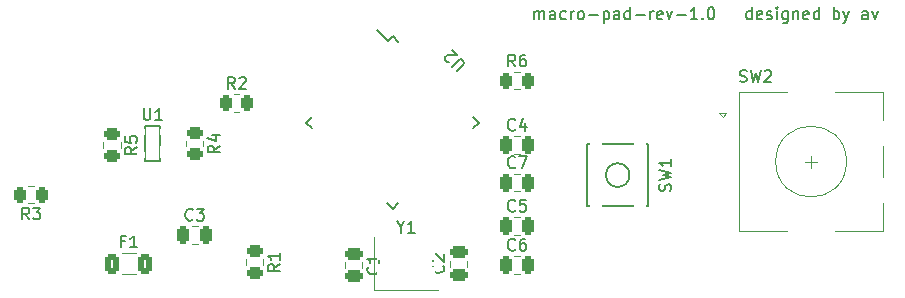
<source format=gto>
G04 #@! TF.GenerationSoftware,KiCad,Pcbnew,(6.0.5)*
G04 #@! TF.CreationDate,2023-01-08T23:57:36-05:00*
G04 #@! TF.ProjectId,macro-pad-pcb,6d616372-6f2d-4706-9164-2d7063622e6b,rev?*
G04 #@! TF.SameCoordinates,Original*
G04 #@! TF.FileFunction,Legend,Top*
G04 #@! TF.FilePolarity,Positive*
%FSLAX46Y46*%
G04 Gerber Fmt 4.6, Leading zero omitted, Abs format (unit mm)*
G04 Created by KiCad (PCBNEW (6.0.5)) date 2023-01-08 23:57:36*
%MOMM*%
%LPD*%
G01*
G04 APERTURE LIST*
G04 Aperture macros list*
%AMRoundRect*
0 Rectangle with rounded corners*
0 $1 Rounding radius*
0 $2 $3 $4 $5 $6 $7 $8 $9 X,Y pos of 4 corners*
0 Add a 4 corners polygon primitive as box body*
4,1,4,$2,$3,$4,$5,$6,$7,$8,$9,$2,$3,0*
0 Add four circle primitives for the rounded corners*
1,1,$1+$1,$2,$3*
1,1,$1+$1,$4,$5*
1,1,$1+$1,$6,$7*
1,1,$1+$1,$8,$9*
0 Add four rect primitives between the rounded corners*
20,1,$1+$1,$2,$3,$4,$5,0*
20,1,$1+$1,$4,$5,$6,$7,0*
20,1,$1+$1,$6,$7,$8,$9,0*
20,1,$1+$1,$8,$9,$2,$3,0*%
%AMRotRect*
0 Rectangle, with rotation*
0 The origin of the aperture is its center*
0 $1 length*
0 $2 width*
0 $3 Rotation angle, in degrees counterclockwise*
0 Add horizontal line*
21,1,$1,$2,0,0,$3*%
G04 Aperture macros list end*
%ADD10C,0.150000*%
%ADD11C,0.120000*%
%ADD12C,3.987800*%
%ADD13C,1.750000*%
%ADD14C,3.048000*%
%ADD15RoundRect,0.250000X-0.450000X0.262500X-0.450000X-0.262500X0.450000X-0.262500X0.450000X0.262500X0*%
%ADD16RotRect,1.500000X0.550000X45.000000*%
%ADD17RotRect,1.500000X0.550000X315.000000*%
%ADD18RoundRect,0.250000X0.262500X0.450000X-0.262500X0.450000X-0.262500X-0.450000X0.262500X-0.450000X0*%
%ADD19RoundRect,0.250000X0.475000X-0.250000X0.475000X0.250000X-0.475000X0.250000X-0.475000X-0.250000X0*%
%ADD20RoundRect,0.250000X-0.475000X0.250000X-0.475000X-0.250000X0.475000X-0.250000X0.475000X0.250000X0*%
%ADD21RoundRect,0.250000X-0.250000X-0.475000X0.250000X-0.475000X0.250000X0.475000X-0.250000X0.475000X0*%
%ADD22C,2.000000*%
%ADD23C,3.200000*%
%ADD24R,2.000000X2.000000*%
%ADD25RoundRect,0.250000X-0.262500X-0.450000X0.262500X-0.450000X0.262500X0.450000X-0.262500X0.450000X0*%
%ADD26R,0.700000X0.600000*%
%ADD27R,0.700000X1.000000*%
%ADD28R,2.100000X1.800000*%
%ADD29R,1.100000X1.800000*%
%ADD30RoundRect,0.250000X-0.375000X-0.625000X0.375000X-0.625000X0.375000X0.625000X-0.375000X0.625000X0*%
%ADD31O,1.000000X2.100000*%
%ADD32O,1.000000X1.600000*%
%ADD33C,0.650000*%
G04 APERTURE END LIST*
D10*
X205923511Y-52839880D02*
X205923511Y-52173214D01*
X205923511Y-52268452D02*
X205971130Y-52220833D01*
X206066369Y-52173214D01*
X206209226Y-52173214D01*
X206304464Y-52220833D01*
X206352083Y-52316071D01*
X206352083Y-52839880D01*
X206352083Y-52316071D02*
X206399702Y-52220833D01*
X206494940Y-52173214D01*
X206637797Y-52173214D01*
X206733035Y-52220833D01*
X206780654Y-52316071D01*
X206780654Y-52839880D01*
X207685416Y-52839880D02*
X207685416Y-52316071D01*
X207637797Y-52220833D01*
X207542559Y-52173214D01*
X207352083Y-52173214D01*
X207256845Y-52220833D01*
X207685416Y-52792261D02*
X207590178Y-52839880D01*
X207352083Y-52839880D01*
X207256845Y-52792261D01*
X207209226Y-52697023D01*
X207209226Y-52601785D01*
X207256845Y-52506547D01*
X207352083Y-52458928D01*
X207590178Y-52458928D01*
X207685416Y-52411309D01*
X208590178Y-52792261D02*
X208494940Y-52839880D01*
X208304464Y-52839880D01*
X208209226Y-52792261D01*
X208161607Y-52744642D01*
X208113988Y-52649404D01*
X208113988Y-52363690D01*
X208161607Y-52268452D01*
X208209226Y-52220833D01*
X208304464Y-52173214D01*
X208494940Y-52173214D01*
X208590178Y-52220833D01*
X209018750Y-52839880D02*
X209018750Y-52173214D01*
X209018750Y-52363690D02*
X209066369Y-52268452D01*
X209113988Y-52220833D01*
X209209226Y-52173214D01*
X209304464Y-52173214D01*
X209780654Y-52839880D02*
X209685416Y-52792261D01*
X209637797Y-52744642D01*
X209590178Y-52649404D01*
X209590178Y-52363690D01*
X209637797Y-52268452D01*
X209685416Y-52220833D01*
X209780654Y-52173214D01*
X209923511Y-52173214D01*
X210018750Y-52220833D01*
X210066369Y-52268452D01*
X210113988Y-52363690D01*
X210113988Y-52649404D01*
X210066369Y-52744642D01*
X210018750Y-52792261D01*
X209923511Y-52839880D01*
X209780654Y-52839880D01*
X210542559Y-52458928D02*
X211304464Y-52458928D01*
X211780654Y-52173214D02*
X211780654Y-53173214D01*
X211780654Y-52220833D02*
X211875892Y-52173214D01*
X212066369Y-52173214D01*
X212161607Y-52220833D01*
X212209226Y-52268452D01*
X212256845Y-52363690D01*
X212256845Y-52649404D01*
X212209226Y-52744642D01*
X212161607Y-52792261D01*
X212066369Y-52839880D01*
X211875892Y-52839880D01*
X211780654Y-52792261D01*
X213113988Y-52839880D02*
X213113988Y-52316071D01*
X213066369Y-52220833D01*
X212971130Y-52173214D01*
X212780654Y-52173214D01*
X212685416Y-52220833D01*
X213113988Y-52792261D02*
X213018750Y-52839880D01*
X212780654Y-52839880D01*
X212685416Y-52792261D01*
X212637797Y-52697023D01*
X212637797Y-52601785D01*
X212685416Y-52506547D01*
X212780654Y-52458928D01*
X213018750Y-52458928D01*
X213113988Y-52411309D01*
X214018750Y-52839880D02*
X214018750Y-51839880D01*
X214018750Y-52792261D02*
X213923511Y-52839880D01*
X213733035Y-52839880D01*
X213637797Y-52792261D01*
X213590178Y-52744642D01*
X213542559Y-52649404D01*
X213542559Y-52363690D01*
X213590178Y-52268452D01*
X213637797Y-52220833D01*
X213733035Y-52173214D01*
X213923511Y-52173214D01*
X214018750Y-52220833D01*
X214494940Y-52458928D02*
X215256845Y-52458928D01*
X215733035Y-52839880D02*
X215733035Y-52173214D01*
X215733035Y-52363690D02*
X215780654Y-52268452D01*
X215828273Y-52220833D01*
X215923511Y-52173214D01*
X216018750Y-52173214D01*
X216733035Y-52792261D02*
X216637797Y-52839880D01*
X216447321Y-52839880D01*
X216352083Y-52792261D01*
X216304464Y-52697023D01*
X216304464Y-52316071D01*
X216352083Y-52220833D01*
X216447321Y-52173214D01*
X216637797Y-52173214D01*
X216733035Y-52220833D01*
X216780654Y-52316071D01*
X216780654Y-52411309D01*
X216304464Y-52506547D01*
X217113988Y-52173214D02*
X217352083Y-52839880D01*
X217590178Y-52173214D01*
X217971130Y-52458928D02*
X218733035Y-52458928D01*
X219733035Y-52839880D02*
X219161607Y-52839880D01*
X219447321Y-52839880D02*
X219447321Y-51839880D01*
X219352083Y-51982738D01*
X219256845Y-52077976D01*
X219161607Y-52125595D01*
X220161607Y-52744642D02*
X220209226Y-52792261D01*
X220161607Y-52839880D01*
X220113988Y-52792261D01*
X220161607Y-52744642D01*
X220161607Y-52839880D01*
X220828273Y-51839880D02*
X220923511Y-51839880D01*
X221018750Y-51887500D01*
X221066369Y-51935119D01*
X221113988Y-52030357D01*
X221161607Y-52220833D01*
X221161607Y-52458928D01*
X221113988Y-52649404D01*
X221066369Y-52744642D01*
X221018750Y-52792261D01*
X220923511Y-52839880D01*
X220828273Y-52839880D01*
X220733035Y-52792261D01*
X220685416Y-52744642D01*
X220637797Y-52649404D01*
X220590178Y-52458928D01*
X220590178Y-52220833D01*
X220637797Y-52030357D01*
X220685416Y-51935119D01*
X220733035Y-51887500D01*
X220828273Y-51839880D01*
X224322321Y-52839880D02*
X224322321Y-51839880D01*
X224322321Y-52792261D02*
X224227083Y-52839880D01*
X224036607Y-52839880D01*
X223941369Y-52792261D01*
X223893750Y-52744642D01*
X223846130Y-52649404D01*
X223846130Y-52363690D01*
X223893750Y-52268452D01*
X223941369Y-52220833D01*
X224036607Y-52173214D01*
X224227083Y-52173214D01*
X224322321Y-52220833D01*
X225179464Y-52792261D02*
X225084226Y-52839880D01*
X224893750Y-52839880D01*
X224798511Y-52792261D01*
X224750892Y-52697023D01*
X224750892Y-52316071D01*
X224798511Y-52220833D01*
X224893750Y-52173214D01*
X225084226Y-52173214D01*
X225179464Y-52220833D01*
X225227083Y-52316071D01*
X225227083Y-52411309D01*
X224750892Y-52506547D01*
X225608035Y-52792261D02*
X225703273Y-52839880D01*
X225893750Y-52839880D01*
X225988988Y-52792261D01*
X226036607Y-52697023D01*
X226036607Y-52649404D01*
X225988988Y-52554166D01*
X225893750Y-52506547D01*
X225750892Y-52506547D01*
X225655654Y-52458928D01*
X225608035Y-52363690D01*
X225608035Y-52316071D01*
X225655654Y-52220833D01*
X225750892Y-52173214D01*
X225893750Y-52173214D01*
X225988988Y-52220833D01*
X226465178Y-52839880D02*
X226465178Y-52173214D01*
X226465178Y-51839880D02*
X226417559Y-51887500D01*
X226465178Y-51935119D01*
X226512797Y-51887500D01*
X226465178Y-51839880D01*
X226465178Y-51935119D01*
X227369940Y-52173214D02*
X227369940Y-52982738D01*
X227322321Y-53077976D01*
X227274702Y-53125595D01*
X227179464Y-53173214D01*
X227036607Y-53173214D01*
X226941369Y-53125595D01*
X227369940Y-52792261D02*
X227274702Y-52839880D01*
X227084226Y-52839880D01*
X226988988Y-52792261D01*
X226941369Y-52744642D01*
X226893750Y-52649404D01*
X226893750Y-52363690D01*
X226941369Y-52268452D01*
X226988988Y-52220833D01*
X227084226Y-52173214D01*
X227274702Y-52173214D01*
X227369940Y-52220833D01*
X227846130Y-52173214D02*
X227846130Y-52839880D01*
X227846130Y-52268452D02*
X227893750Y-52220833D01*
X227988988Y-52173214D01*
X228131845Y-52173214D01*
X228227083Y-52220833D01*
X228274702Y-52316071D01*
X228274702Y-52839880D01*
X229131845Y-52792261D02*
X229036607Y-52839880D01*
X228846130Y-52839880D01*
X228750892Y-52792261D01*
X228703273Y-52697023D01*
X228703273Y-52316071D01*
X228750892Y-52220833D01*
X228846130Y-52173214D01*
X229036607Y-52173214D01*
X229131845Y-52220833D01*
X229179464Y-52316071D01*
X229179464Y-52411309D01*
X228703273Y-52506547D01*
X230036607Y-52839880D02*
X230036607Y-51839880D01*
X230036607Y-52792261D02*
X229941369Y-52839880D01*
X229750892Y-52839880D01*
X229655654Y-52792261D01*
X229608035Y-52744642D01*
X229560416Y-52649404D01*
X229560416Y-52363690D01*
X229608035Y-52268452D01*
X229655654Y-52220833D01*
X229750892Y-52173214D01*
X229941369Y-52173214D01*
X230036607Y-52220833D01*
X231274702Y-52839880D02*
X231274702Y-51839880D01*
X231274702Y-52220833D02*
X231369940Y-52173214D01*
X231560416Y-52173214D01*
X231655654Y-52220833D01*
X231703273Y-52268452D01*
X231750892Y-52363690D01*
X231750892Y-52649404D01*
X231703273Y-52744642D01*
X231655654Y-52792261D01*
X231560416Y-52839880D01*
X231369940Y-52839880D01*
X231274702Y-52792261D01*
X232084226Y-52173214D02*
X232322321Y-52839880D01*
X232560416Y-52173214D02*
X232322321Y-52839880D01*
X232227083Y-53077976D01*
X232179464Y-53125595D01*
X232084226Y-53173214D01*
X234131845Y-52839880D02*
X234131845Y-52316071D01*
X234084226Y-52220833D01*
X233988988Y-52173214D01*
X233798511Y-52173214D01*
X233703273Y-52220833D01*
X234131845Y-52792261D02*
X234036607Y-52839880D01*
X233798511Y-52839880D01*
X233703273Y-52792261D01*
X233655654Y-52697023D01*
X233655654Y-52601785D01*
X233703273Y-52506547D01*
X233798511Y-52458928D01*
X234036607Y-52458928D01*
X234131845Y-52411309D01*
X234512797Y-52173214D02*
X234750892Y-52839880D01*
X234988988Y-52173214D01*
G04 #@! TO.C,R5*
X172282380Y-63666666D02*
X171806190Y-64000000D01*
X172282380Y-64238095D02*
X171282380Y-64238095D01*
X171282380Y-63857142D01*
X171330000Y-63761904D01*
X171377619Y-63714285D01*
X171472857Y-63666666D01*
X171615714Y-63666666D01*
X171710952Y-63714285D01*
X171758571Y-63761904D01*
X171806190Y-63857142D01*
X171806190Y-64238095D01*
X171282380Y-62761904D02*
X171282380Y-63238095D01*
X171758571Y-63285714D01*
X171710952Y-63238095D01*
X171663333Y-63142857D01*
X171663333Y-62904761D01*
X171710952Y-62809523D01*
X171758571Y-62761904D01*
X171853809Y-62714285D01*
X172091904Y-62714285D01*
X172187142Y-62761904D01*
X172234761Y-62809523D01*
X172282380Y-62904761D01*
X172282380Y-63142857D01*
X172234761Y-63238095D01*
X172187142Y-63285714D01*
G04 #@! TO.C,U2*
X199348468Y-57253027D02*
X199920888Y-56680607D01*
X199954560Y-56579592D01*
X199954560Y-56512248D01*
X199920888Y-56411233D01*
X199786201Y-56276546D01*
X199685186Y-56242874D01*
X199617842Y-56242874D01*
X199516827Y-56276546D01*
X198944407Y-56848966D01*
X198708705Y-56478576D02*
X198641362Y-56478576D01*
X198540346Y-56444905D01*
X198371988Y-56276546D01*
X198338316Y-56175531D01*
X198338316Y-56108187D01*
X198371988Y-56007172D01*
X198439331Y-55939828D01*
X198574018Y-55872485D01*
X199382140Y-55872485D01*
X198944407Y-55434752D01*
G04 #@! TO.C,R3*
X163155333Y-69793380D02*
X162822000Y-69317190D01*
X162583904Y-69793380D02*
X162583904Y-68793380D01*
X162964857Y-68793380D01*
X163060095Y-68841000D01*
X163107714Y-68888619D01*
X163155333Y-68983857D01*
X163155333Y-69126714D01*
X163107714Y-69221952D01*
X163060095Y-69269571D01*
X162964857Y-69317190D01*
X162583904Y-69317190D01*
X163488666Y-68793380D02*
X164107714Y-68793380D01*
X163774380Y-69174333D01*
X163917238Y-69174333D01*
X164012476Y-69221952D01*
X164060095Y-69269571D01*
X164107714Y-69364809D01*
X164107714Y-69602904D01*
X164060095Y-69698142D01*
X164012476Y-69745761D01*
X163917238Y-69793380D01*
X163631523Y-69793380D01*
X163536285Y-69745761D01*
X163488666Y-69698142D01*
G04 #@! TO.C,C2*
X198194142Y-73699666D02*
X198241761Y-73747285D01*
X198289380Y-73890142D01*
X198289380Y-73985380D01*
X198241761Y-74128238D01*
X198146523Y-74223476D01*
X198051285Y-74271095D01*
X197860809Y-74318714D01*
X197717952Y-74318714D01*
X197527476Y-74271095D01*
X197432238Y-74223476D01*
X197337000Y-74128238D01*
X197289380Y-73985380D01*
X197289380Y-73890142D01*
X197337000Y-73747285D01*
X197384619Y-73699666D01*
X197384619Y-73318714D02*
X197337000Y-73271095D01*
X197289380Y-73175857D01*
X197289380Y-72937761D01*
X197337000Y-72842523D01*
X197384619Y-72794904D01*
X197479857Y-72747285D01*
X197575095Y-72747285D01*
X197717952Y-72794904D01*
X198289380Y-73366333D01*
X198289380Y-72747285D01*
G04 #@! TO.C,C1*
X192664142Y-73826666D02*
X192711761Y-73874285D01*
X192759380Y-74017142D01*
X192759380Y-74112380D01*
X192711761Y-74255238D01*
X192616523Y-74350476D01*
X192521285Y-74398095D01*
X192330809Y-74445714D01*
X192187952Y-74445714D01*
X191997476Y-74398095D01*
X191902238Y-74350476D01*
X191807000Y-74255238D01*
X191759380Y-74112380D01*
X191759380Y-74017142D01*
X191807000Y-73874285D01*
X191854619Y-73826666D01*
X192759380Y-72874285D02*
X192759380Y-73445714D01*
X192759380Y-73160000D02*
X191759380Y-73160000D01*
X191902238Y-73255238D01*
X191997476Y-73350476D01*
X192045095Y-73445714D01*
G04 #@! TO.C,C3*
X176998333Y-69797142D02*
X176950714Y-69844761D01*
X176807857Y-69892380D01*
X176712619Y-69892380D01*
X176569761Y-69844761D01*
X176474523Y-69749523D01*
X176426904Y-69654285D01*
X176379285Y-69463809D01*
X176379285Y-69320952D01*
X176426904Y-69130476D01*
X176474523Y-69035238D01*
X176569761Y-68940000D01*
X176712619Y-68892380D01*
X176807857Y-68892380D01*
X176950714Y-68940000D01*
X176998333Y-68987619D01*
X177331666Y-68892380D02*
X177950714Y-68892380D01*
X177617380Y-69273333D01*
X177760238Y-69273333D01*
X177855476Y-69320952D01*
X177903095Y-69368571D01*
X177950714Y-69463809D01*
X177950714Y-69701904D01*
X177903095Y-69797142D01*
X177855476Y-69844761D01*
X177760238Y-69892380D01*
X177474523Y-69892380D01*
X177379285Y-69844761D01*
X177331666Y-69797142D01*
G04 #@! TO.C,SW2*
X223324666Y-58101761D02*
X223467523Y-58149380D01*
X223705619Y-58149380D01*
X223800857Y-58101761D01*
X223848476Y-58054142D01*
X223896095Y-57958904D01*
X223896095Y-57863666D01*
X223848476Y-57768428D01*
X223800857Y-57720809D01*
X223705619Y-57673190D01*
X223515142Y-57625571D01*
X223419904Y-57577952D01*
X223372285Y-57530333D01*
X223324666Y-57435095D01*
X223324666Y-57339857D01*
X223372285Y-57244619D01*
X223419904Y-57197000D01*
X223515142Y-57149380D01*
X223753238Y-57149380D01*
X223896095Y-57197000D01*
X224229428Y-57149380D02*
X224467523Y-58149380D01*
X224658000Y-57435095D01*
X224848476Y-58149380D01*
X225086571Y-57149380D01*
X225419904Y-57244619D02*
X225467523Y-57197000D01*
X225562761Y-57149380D01*
X225800857Y-57149380D01*
X225896095Y-57197000D01*
X225943714Y-57244619D01*
X225991333Y-57339857D01*
X225991333Y-57435095D01*
X225943714Y-57577952D01*
X225372285Y-58149380D01*
X225991333Y-58149380D01*
G04 #@! TO.C,R2*
X180554333Y-58746380D02*
X180221000Y-58270190D01*
X179982904Y-58746380D02*
X179982904Y-57746380D01*
X180363857Y-57746380D01*
X180459095Y-57794000D01*
X180506714Y-57841619D01*
X180554333Y-57936857D01*
X180554333Y-58079714D01*
X180506714Y-58174952D01*
X180459095Y-58222571D01*
X180363857Y-58270190D01*
X179982904Y-58270190D01*
X180935285Y-57841619D02*
X180982904Y-57794000D01*
X181078142Y-57746380D01*
X181316238Y-57746380D01*
X181411476Y-57794000D01*
X181459095Y-57841619D01*
X181506714Y-57936857D01*
X181506714Y-58032095D01*
X181459095Y-58174952D01*
X180887666Y-58746380D01*
X181506714Y-58746380D01*
G04 #@! TO.C,R6*
X204303333Y-56841380D02*
X203970000Y-56365190D01*
X203731904Y-56841380D02*
X203731904Y-55841380D01*
X204112857Y-55841380D01*
X204208095Y-55889000D01*
X204255714Y-55936619D01*
X204303333Y-56031857D01*
X204303333Y-56174714D01*
X204255714Y-56269952D01*
X204208095Y-56317571D01*
X204112857Y-56365190D01*
X203731904Y-56365190D01*
X205160476Y-55841380D02*
X204970000Y-55841380D01*
X204874761Y-55889000D01*
X204827142Y-55936619D01*
X204731904Y-56079476D01*
X204684285Y-56269952D01*
X204684285Y-56650904D01*
X204731904Y-56746142D01*
X204779523Y-56793761D01*
X204874761Y-56841380D01*
X205065238Y-56841380D01*
X205160476Y-56793761D01*
X205208095Y-56746142D01*
X205255714Y-56650904D01*
X205255714Y-56412809D01*
X205208095Y-56317571D01*
X205160476Y-56269952D01*
X205065238Y-56222333D01*
X204874761Y-56222333D01*
X204779523Y-56269952D01*
X204731904Y-56317571D01*
X204684285Y-56412809D01*
G04 #@! TO.C,C7*
X204303333Y-65352142D02*
X204255714Y-65399761D01*
X204112857Y-65447380D01*
X204017619Y-65447380D01*
X203874761Y-65399761D01*
X203779523Y-65304523D01*
X203731904Y-65209285D01*
X203684285Y-65018809D01*
X203684285Y-64875952D01*
X203731904Y-64685476D01*
X203779523Y-64590238D01*
X203874761Y-64495000D01*
X204017619Y-64447380D01*
X204112857Y-64447380D01*
X204255714Y-64495000D01*
X204303333Y-64542619D01*
X204636666Y-64447380D02*
X205303333Y-64447380D01*
X204874761Y-65447380D01*
G04 #@! TO.C,R4*
X179267380Y-63539666D02*
X178791190Y-63873000D01*
X179267380Y-64111095D02*
X178267380Y-64111095D01*
X178267380Y-63730142D01*
X178315000Y-63634904D01*
X178362619Y-63587285D01*
X178457857Y-63539666D01*
X178600714Y-63539666D01*
X178695952Y-63587285D01*
X178743571Y-63634904D01*
X178791190Y-63730142D01*
X178791190Y-64111095D01*
X178600714Y-62682523D02*
X179267380Y-62682523D01*
X178219761Y-62920619D02*
X178934047Y-63158714D01*
X178934047Y-62539666D01*
G04 #@! TO.C,C5*
X204303333Y-69035142D02*
X204255714Y-69082761D01*
X204112857Y-69130380D01*
X204017619Y-69130380D01*
X203874761Y-69082761D01*
X203779523Y-68987523D01*
X203731904Y-68892285D01*
X203684285Y-68701809D01*
X203684285Y-68558952D01*
X203731904Y-68368476D01*
X203779523Y-68273238D01*
X203874761Y-68178000D01*
X204017619Y-68130380D01*
X204112857Y-68130380D01*
X204255714Y-68178000D01*
X204303333Y-68225619D01*
X205208095Y-68130380D02*
X204731904Y-68130380D01*
X204684285Y-68606571D01*
X204731904Y-68558952D01*
X204827142Y-68511333D01*
X205065238Y-68511333D01*
X205160476Y-68558952D01*
X205208095Y-68606571D01*
X205255714Y-68701809D01*
X205255714Y-68939904D01*
X205208095Y-69035142D01*
X205160476Y-69082761D01*
X205065238Y-69130380D01*
X204827142Y-69130380D01*
X204731904Y-69082761D01*
X204684285Y-69035142D01*
G04 #@! TO.C,C6*
X204303333Y-72337142D02*
X204255714Y-72384761D01*
X204112857Y-72432380D01*
X204017619Y-72432380D01*
X203874761Y-72384761D01*
X203779523Y-72289523D01*
X203731904Y-72194285D01*
X203684285Y-72003809D01*
X203684285Y-71860952D01*
X203731904Y-71670476D01*
X203779523Y-71575238D01*
X203874761Y-71480000D01*
X204017619Y-71432380D01*
X204112857Y-71432380D01*
X204255714Y-71480000D01*
X204303333Y-71527619D01*
X205160476Y-71432380D02*
X204970000Y-71432380D01*
X204874761Y-71480000D01*
X204827142Y-71527619D01*
X204731904Y-71670476D01*
X204684285Y-71860952D01*
X204684285Y-72241904D01*
X204731904Y-72337142D01*
X204779523Y-72384761D01*
X204874761Y-72432380D01*
X205065238Y-72432380D01*
X205160476Y-72384761D01*
X205208095Y-72337142D01*
X205255714Y-72241904D01*
X205255714Y-72003809D01*
X205208095Y-71908571D01*
X205160476Y-71860952D01*
X205065238Y-71813333D01*
X204874761Y-71813333D01*
X204779523Y-71860952D01*
X204731904Y-71908571D01*
X204684285Y-72003809D01*
G04 #@! TO.C,U1*
X172847095Y-60375380D02*
X172847095Y-61184904D01*
X172894714Y-61280142D01*
X172942333Y-61327761D01*
X173037571Y-61375380D01*
X173228047Y-61375380D01*
X173323285Y-61327761D01*
X173370904Y-61280142D01*
X173418523Y-61184904D01*
X173418523Y-60375380D01*
X174418523Y-61375380D02*
X173847095Y-61375380D01*
X174132809Y-61375380D02*
X174132809Y-60375380D01*
X174037571Y-60518238D01*
X173942333Y-60613476D01*
X173847095Y-60661095D01*
G04 #@! TO.C,R1*
X184347380Y-73572666D02*
X183871190Y-73906000D01*
X184347380Y-74144095D02*
X183347380Y-74144095D01*
X183347380Y-73763142D01*
X183395000Y-73667904D01*
X183442619Y-73620285D01*
X183537857Y-73572666D01*
X183680714Y-73572666D01*
X183775952Y-73620285D01*
X183823571Y-73667904D01*
X183871190Y-73763142D01*
X183871190Y-74144095D01*
X184347380Y-72620285D02*
X184347380Y-73191714D01*
X184347380Y-72906000D02*
X183347380Y-72906000D01*
X183490238Y-73001238D01*
X183585476Y-73096476D01*
X183633095Y-73191714D01*
G04 #@! TO.C,Y1*
X194595809Y-70459190D02*
X194595809Y-70935380D01*
X194262476Y-69935380D02*
X194595809Y-70459190D01*
X194929142Y-69935380D01*
X195786285Y-70935380D02*
X195214857Y-70935380D01*
X195500571Y-70935380D02*
X195500571Y-69935380D01*
X195405333Y-70078238D01*
X195310095Y-70173476D01*
X195214857Y-70221095D01*
G04 #@! TO.C,SW1*
X217447761Y-67373333D02*
X217495380Y-67230476D01*
X217495380Y-66992380D01*
X217447761Y-66897142D01*
X217400142Y-66849523D01*
X217304904Y-66801904D01*
X217209666Y-66801904D01*
X217114428Y-66849523D01*
X217066809Y-66897142D01*
X217019190Y-66992380D01*
X216971571Y-67182857D01*
X216923952Y-67278095D01*
X216876333Y-67325714D01*
X216781095Y-67373333D01*
X216685857Y-67373333D01*
X216590619Y-67325714D01*
X216543000Y-67278095D01*
X216495380Y-67182857D01*
X216495380Y-66944761D01*
X216543000Y-66801904D01*
X216495380Y-66468571D02*
X217495380Y-66230476D01*
X216781095Y-66040000D01*
X217495380Y-65849523D01*
X216495380Y-65611428D01*
X217495380Y-64706666D02*
X217495380Y-65278095D01*
X217495380Y-64992380D02*
X216495380Y-64992380D01*
X216638238Y-65087619D01*
X216733476Y-65182857D01*
X216781095Y-65278095D01*
G04 #@! TO.C,F1*
X171243666Y-71641571D02*
X170910333Y-71641571D01*
X170910333Y-72165380D02*
X170910333Y-71165380D01*
X171386523Y-71165380D01*
X172291285Y-72165380D02*
X171719857Y-72165380D01*
X172005571Y-72165380D02*
X172005571Y-71165380D01*
X171910333Y-71308238D01*
X171815095Y-71403476D01*
X171719857Y-71451095D01*
G04 #@! TO.C,C4*
X204303333Y-62177142D02*
X204255714Y-62224761D01*
X204112857Y-62272380D01*
X204017619Y-62272380D01*
X203874761Y-62224761D01*
X203779523Y-62129523D01*
X203731904Y-62034285D01*
X203684285Y-61843809D01*
X203684285Y-61700952D01*
X203731904Y-61510476D01*
X203779523Y-61415238D01*
X203874761Y-61320000D01*
X204017619Y-61272380D01*
X204112857Y-61272380D01*
X204255714Y-61320000D01*
X204303333Y-61367619D01*
X205160476Y-61605714D02*
X205160476Y-62272380D01*
X204922380Y-61224761D02*
X204684285Y-61939047D01*
X205303333Y-61939047D01*
D11*
G04 #@! TO.C,R5*
X169445000Y-63272936D02*
X169445000Y-63727064D01*
X170915000Y-63272936D02*
X170915000Y-63727064D01*
D10*
G04 #@! TO.C,U2*
X193929000Y-54276445D02*
X194406297Y-54753742D01*
X193929000Y-68913555D02*
X193451703Y-68436258D01*
X193929000Y-54276445D02*
X193522414Y-54683031D01*
X186610445Y-61595000D02*
X187087742Y-61117703D01*
X186610445Y-61595000D02*
X187087742Y-62072297D01*
X201247555Y-61595000D02*
X200770258Y-61117703D01*
X193929000Y-68913555D02*
X194406297Y-68436258D01*
X193522414Y-54683031D02*
X192620852Y-53781470D01*
X201247555Y-61595000D02*
X200770258Y-62072297D01*
D11*
G04 #@! TO.C,R3*
X163549064Y-68426000D02*
X163094936Y-68426000D01*
X163549064Y-66956000D02*
X163094936Y-66956000D01*
G04 #@! TO.C,C2*
X200252000Y-73794252D02*
X200252000Y-73271748D01*
X198782000Y-73794252D02*
X198782000Y-73271748D01*
G04 #@! TO.C,C1*
X189892000Y-73398748D02*
X189892000Y-73921252D01*
X191362000Y-73398748D02*
X191362000Y-73921252D01*
G04 #@! TO.C,C3*
X176903748Y-70385000D02*
X177426252Y-70385000D01*
X176903748Y-71855000D02*
X177426252Y-71855000D01*
G04 #@! TO.C,SW2*
X232358000Y-64897000D02*
G75*
G03*
X232358000Y-64897000I-3000000J0D01*
G01*
X222158000Y-60797000D02*
X221858000Y-61097000D01*
X235458000Y-70797000D02*
X231358000Y-70797000D01*
X228858000Y-64897000D02*
X229858000Y-64897000D01*
X235458000Y-63597000D02*
X235458000Y-66197000D01*
X235458000Y-58997000D02*
X235458000Y-61397000D01*
X229358000Y-64397000D02*
X229358000Y-65397000D01*
X221858000Y-61097000D02*
X221558000Y-60797000D01*
X227358000Y-58997000D02*
X223258000Y-58997000D01*
X227358000Y-70797000D02*
X223258000Y-70797000D01*
X223258000Y-58997000D02*
X223258000Y-70797000D01*
X221558000Y-60797000D02*
X222158000Y-60797000D01*
X231358000Y-58997000D02*
X235458000Y-58997000D01*
X235458000Y-68397000D02*
X235458000Y-70797000D01*
G04 #@! TO.C,R2*
X180493936Y-59209000D02*
X180948064Y-59209000D01*
X180493936Y-60679000D02*
X180948064Y-60679000D01*
G04 #@! TO.C,R6*
X204242936Y-57304000D02*
X204697064Y-57304000D01*
X204242936Y-58774000D02*
X204697064Y-58774000D01*
G04 #@! TO.C,C7*
X204208748Y-67410000D02*
X204731252Y-67410000D01*
X204208748Y-65940000D02*
X204731252Y-65940000D01*
G04 #@! TO.C,R4*
X177900000Y-63145936D02*
X177900000Y-63600064D01*
X176430000Y-63145936D02*
X176430000Y-63600064D01*
G04 #@! TO.C,C5*
X204208748Y-69623000D02*
X204731252Y-69623000D01*
X204208748Y-71093000D02*
X204731252Y-71093000D01*
G04 #@! TO.C,C6*
X204208748Y-74395000D02*
X204731252Y-74395000D01*
X204208748Y-72925000D02*
X204731252Y-72925000D01*
D10*
G04 #@! TO.C,U1*
X172959000Y-64823000D02*
X172959000Y-61923000D01*
X172959000Y-64823000D02*
X174259000Y-64823000D01*
X174259000Y-61923000D02*
X172959000Y-61923000D01*
X174259000Y-64823000D02*
X174259000Y-61923000D01*
D11*
G04 #@! TO.C,R1*
X182980000Y-73178936D02*
X182980000Y-73633064D01*
X181510000Y-73178936D02*
X181510000Y-73633064D01*
G04 #@! TO.C,Y1*
X192372000Y-71283000D02*
X192372000Y-75783000D01*
X192372000Y-75783000D02*
X197772000Y-75783000D01*
D10*
G04 #@! TO.C,SW1*
X213979000Y-66040000D02*
G75*
G03*
X213979000Y-66040000I-1000000J0D01*
G01*
X215579000Y-63440000D02*
X215579000Y-68640000D01*
X210379000Y-63440000D02*
X215579000Y-63440000D01*
X215579000Y-68640000D02*
X210379000Y-68640000D01*
X210379000Y-68640000D02*
X210379000Y-63440000D01*
D11*
G04 #@! TO.C,F1*
X170974936Y-74443000D02*
X172179064Y-74443000D01*
X170974936Y-72623000D02*
X172179064Y-72623000D01*
G04 #@! TO.C,C4*
X204208748Y-62765000D02*
X204731252Y-62765000D01*
X204208748Y-64235000D02*
X204731252Y-64235000D01*
G04 #@! TD*
%LPC*%
D12*
G04 #@! TO.C,MX4*
X173037500Y-104775000D03*
D13*
X167957500Y-104775000D03*
X178117500Y-104775000D03*
G04 #@! TD*
D12*
G04 #@! TO.C,MX7*
X238442500Y-107188000D03*
D13*
X230187500Y-90170000D03*
X230187500Y-100330000D03*
D14*
X223202500Y-83312000D03*
D12*
X238442500Y-83312000D03*
X230187500Y-95250000D03*
D14*
X223202500Y-107188000D03*
G04 #@! TD*
D12*
G04 #@! TO.C,MX6*
X211137500Y-104775000D03*
D13*
X216217500Y-104775000D03*
X206057500Y-104775000D03*
G04 #@! TD*
D15*
G04 #@! TO.C,R5*
X170180000Y-64412500D03*
X170180000Y-62587500D03*
G04 #@! TD*
D16*
G04 #@! TO.C,U2*
X195131082Y-54736064D03*
X195696767Y-55301750D03*
X196262452Y-55867435D03*
X196828138Y-56433120D03*
X197393823Y-56998806D03*
X197959509Y-57564491D03*
X198525194Y-58130177D03*
X199090880Y-58695862D03*
X199656565Y-59261548D03*
X200222250Y-59827233D03*
X200787936Y-60392918D03*
D17*
X200787936Y-62797082D03*
X200222250Y-63362767D03*
X199656565Y-63928452D03*
X199090880Y-64494138D03*
X198525194Y-65059823D03*
X197959509Y-65625509D03*
X197393823Y-66191194D03*
X196828138Y-66756880D03*
X196262452Y-67322565D03*
X195696767Y-67888250D03*
X195131082Y-68453936D03*
D16*
X192726918Y-68453936D03*
X192161233Y-67888250D03*
X191595548Y-67322565D03*
X191029862Y-66756880D03*
X190464177Y-66191194D03*
X189898491Y-65625509D03*
X189332806Y-65059823D03*
X188767120Y-64494138D03*
X188201435Y-63928452D03*
X187635750Y-63362767D03*
X187070064Y-62797082D03*
D17*
X187070064Y-60392918D03*
X187635750Y-59827233D03*
X188201435Y-59261548D03*
X188767120Y-58695862D03*
X189332806Y-58130177D03*
X189898491Y-57564491D03*
X190464177Y-56998806D03*
X191029862Y-56433120D03*
X191595548Y-55867435D03*
X192161233Y-55301750D03*
X192726918Y-54736064D03*
G04 #@! TD*
D18*
G04 #@! TO.C,R3*
X162409500Y-67691000D03*
X164234500Y-67691000D03*
G04 #@! TD*
D19*
G04 #@! TO.C,C2*
X199517000Y-72583000D03*
X199517000Y-74483000D03*
G04 #@! TD*
D20*
G04 #@! TO.C,C1*
X190627000Y-74610000D03*
X190627000Y-72710000D03*
G04 #@! TD*
D13*
G04 #@! TO.C,MX8*
X167957500Y-123825000D03*
D12*
X173037500Y-123825000D03*
D13*
X178117500Y-123825000D03*
G04 #@! TD*
D21*
G04 #@! TO.C,C3*
X178115000Y-71120000D03*
X176215000Y-71120000D03*
G04 #@! TD*
D13*
G04 #@! TO.C,MX5*
X197167500Y-104775000D03*
D12*
X192087500Y-104775000D03*
D13*
X187007500Y-104775000D03*
G04 #@! TD*
D22*
G04 #@! TO.C,SW2*
X236358000Y-62397000D03*
X236358000Y-67397000D03*
D23*
X229358000Y-70497000D03*
X229358000Y-59297000D03*
D22*
X221858000Y-64897000D03*
X221858000Y-67397000D03*
D24*
X221858000Y-62397000D03*
G04 #@! TD*
D14*
G04 #@! TO.C,MX11*
X170624500Y-135890000D03*
D13*
X177482500Y-142875000D03*
D12*
X194500500Y-151130000D03*
D13*
X187642500Y-142875000D03*
D12*
X170624500Y-151130000D03*
X182562500Y-142875000D03*
D14*
X194500500Y-135890000D03*
G04 #@! TD*
D25*
G04 #@! TO.C,R2*
X181633500Y-59944000D03*
X179808500Y-59944000D03*
G04 #@! TD*
D13*
G04 #@! TO.C,MX12*
X206057500Y-142875000D03*
D12*
X211137500Y-142875000D03*
D13*
X216217500Y-142875000D03*
G04 #@! TD*
D25*
G04 #@! TO.C,R6*
X205382500Y-58039000D03*
X203557500Y-58039000D03*
G04 #@! TD*
D12*
G04 #@! TO.C,MX13*
X230187500Y-133350000D03*
D13*
X230187500Y-138430000D03*
X230187500Y-128270000D03*
D12*
X238442500Y-145288000D03*
D14*
X223202500Y-145288000D03*
X223202500Y-121412000D03*
D12*
X238442500Y-121412000D03*
G04 #@! TD*
D13*
G04 #@! TO.C,MX9*
X197167500Y-123825000D03*
D12*
X192087500Y-123825000D03*
D13*
X187007500Y-123825000D03*
G04 #@! TD*
G04 #@! TO.C,MX10*
X206057500Y-123825000D03*
X216217500Y-123825000D03*
D12*
X211137500Y-123825000D03*
G04 #@! TD*
D21*
G04 #@! TO.C,C7*
X205420000Y-66675000D03*
X203520000Y-66675000D03*
G04 #@! TD*
D15*
G04 #@! TO.C,R4*
X177165000Y-64285500D03*
X177165000Y-62460500D03*
G04 #@! TD*
D21*
G04 #@! TO.C,C5*
X205420000Y-70358000D03*
X203520000Y-70358000D03*
G04 #@! TD*
G04 #@! TO.C,C6*
X205420000Y-73660000D03*
X203520000Y-73660000D03*
G04 #@! TD*
D13*
G04 #@! TO.C,MX3*
X216217500Y-85725000D03*
D12*
X211137500Y-85725000D03*
D13*
X206057500Y-85725000D03*
G04 #@! TD*
D26*
G04 #@! TO.C,U1*
X172609000Y-64323000D03*
X172609000Y-62423000D03*
X174609000Y-62423000D03*
D27*
X174609000Y-64123000D03*
G04 #@! TD*
D12*
G04 #@! TO.C,MX1*
X173037500Y-85725000D03*
D13*
X178117500Y-85725000D03*
X167957500Y-85725000D03*
G04 #@! TD*
D15*
G04 #@! TO.C,R1*
X182245000Y-74318500D03*
X182245000Y-72493500D03*
G04 #@! TD*
D13*
G04 #@! TO.C,MX2*
X187007500Y-85725000D03*
X197167500Y-85725000D03*
D12*
X192087500Y-85725000D03*
G04 #@! TD*
D28*
G04 #@! TO.C,Y1*
X193622000Y-72383000D03*
X196522000Y-72383000D03*
X196522000Y-74683000D03*
X193622000Y-74683000D03*
G04 #@! TD*
D29*
G04 #@! TO.C,SW1*
X214829000Y-69140000D03*
X211129000Y-62940000D03*
X211129000Y-69140000D03*
X214829000Y-62940000D03*
G04 #@! TD*
D30*
G04 #@! TO.C,F1*
X172977000Y-73533000D03*
X170177000Y-73533000D03*
G04 #@! TD*
D21*
G04 #@! TO.C,C4*
X205420000Y-63500000D03*
X203520000Y-63500000D03*
G04 #@! TD*
D31*
G04 #@! TO.C,USB1*
X176917000Y-55481000D03*
D32*
X176917000Y-51301000D03*
D31*
X168277000Y-55481000D03*
D32*
X168277000Y-51301000D03*
D33*
X175487000Y-54951000D03*
X169707000Y-54951000D03*
G04 #@! TD*
M02*

</source>
